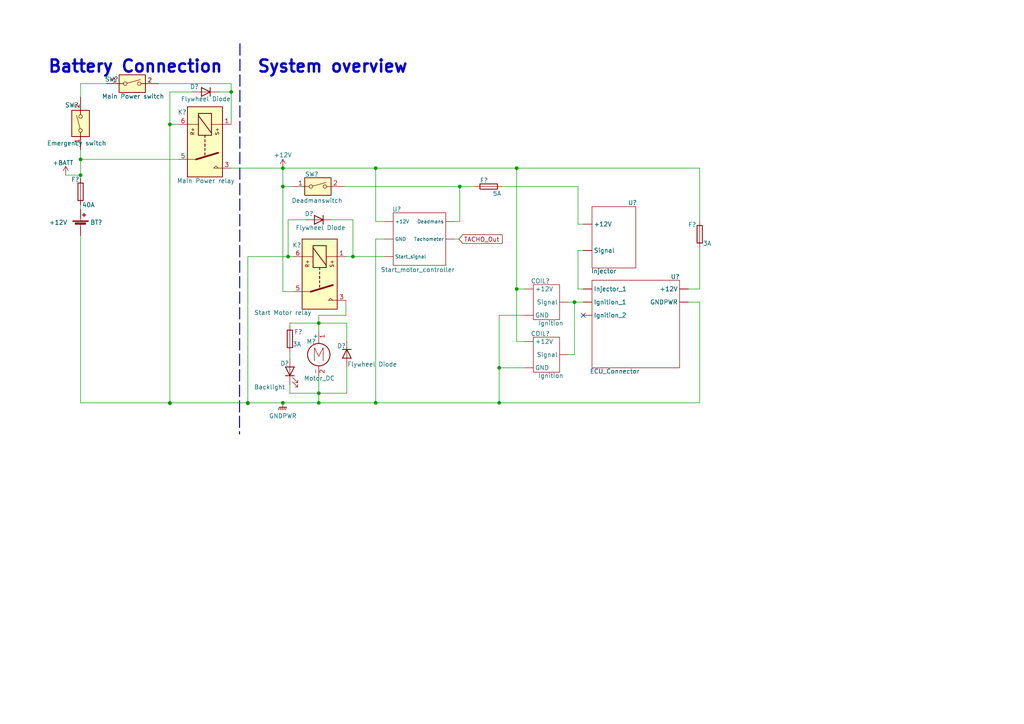
<source format=kicad_sch>
(kicad_sch (version 20211123) (generator eeschema)
  (paper "A4")
  (lib_symbols
    (symbol "Device:Battery_Cell" (pin_numbers hide) (pin_names (offset 0) hide)
      (property "Reference" "BT" (at 2.54 2.54 0))
      (property "Value" "Battery_Cell" (at 2.54 0 0))
      (symbol "Battery_Cell_0_1"
        (rectangle (start -2.286 1.778) (end 2.286 1.524) (fill (type outline)))
        (rectangle (start -1.5748 1.1938) (end 1.4732 0.6858) (fill (type outline)))
        (polyline (pts (xy 0 0.762) (xy 0 0)))
        (polyline (pts (xy 0 1.778) (xy 0 2.54)))
        (polyline (pts (xy 0.508 3.429) (xy 1.524 3.429)) (stroke (width 0.254)))
        (polyline (pts (xy 1.016 3.937) (xy 1.016 2.921)) (stroke (width 0.254)))
      )
      (symbol "Battery_Cell_1_1"
        (pin passive line (at 0 5.08 270) (length 2.54) (name "+") (number "1"))
        (pin passive line (at 0 -2.54 90) (length 2.54) (name "-") (number "2"))
      )
    )
    (symbol "Device:D" (pin_numbers hide) (pin_names (offset 1.016) hide)
      (property "Reference" "D" (at 0 2.54 0))
      (property "Value" "D" (at 0 -2.54 0))
      (symbol "D_0_1"
        (polyline (pts (xy -1.27 1.27) (xy -1.27 -1.27)) (stroke (width 0.254)))
        (polyline (pts (xy 1.27 0) (xy -1.27 0)))
        (polyline (pts (xy 1.27 1.27) (xy 1.27 -1.27) (xy -1.27 0) (xy 1.27 1.27)) (stroke (width 0.254)))
      )
      (symbol "D_1_1"
        (pin passive line (at -3.81 0 0) (length 2.54) (name "K") (number "1"))
        (pin passive line (at 3.81 0 180) (length 2.54) (name "A") (number "2"))
      )
    )
    (symbol "Device:Fuse" (pin_numbers hide) (pin_names (offset 0))
      (property "Reference" "F" (at 2.032 0 90))
      (property "Value" "Fuse" (at -1.905 0 90))
      (symbol "Fuse_0_1"
        (rectangle (start -0.762 -2.54) (end 0.762 2.54) (stroke (width 0.254)))
        (polyline (pts (xy 0 2.54) (xy 0 -2.54)))
      )
      (symbol "Fuse_1_1"
        (pin passive line (at 0 3.81 270) (length 1.27) (name "~") (number "1"))
        (pin passive line (at 0 -3.81 90) (length 1.27) (name "~") (number "2"))
      )
    )
    (symbol "Device:LED" (pin_numbers hide) (pin_names (offset 1.016) hide)
      (property "Reference" "D" (at 0 2.54 0))
      (property "Value" "LED" (at 0 -2.54 0))
      (symbol "LED_0_1"
        (polyline (pts (xy -1.27 -1.27) (xy -1.27 1.27)) (stroke (width 0.254)))
        (polyline (pts (xy -1.27 0) (xy 1.27 0)))
        (polyline (pts (xy 1.27 -1.27) (xy 1.27 1.27) (xy -1.27 0) (xy 1.27 -1.27)) (stroke (width 0.254)))
        (polyline (pts (xy -3.048 -0.762) (xy -4.572 -2.286) (xy -3.81 -2.286) (xy -4.572 -2.286) (xy -4.572 -1.524)))
        (polyline (pts (xy -1.778 -0.762) (xy -3.302 -2.286) (xy -2.54 -2.286) (xy -3.302 -2.286) (xy -3.302 -1.524)))
      )
      (symbol "LED_1_1"
        (pin passive line (at -3.81 0 0) (length 2.54) (name "K") (number "1"))
        (pin passive line (at 3.81 0 180) (length 2.54) (name "A") (number "2"))
      )
    )
    (symbol "Motor:Motor_DC" (pin_names (offset 0))
      (property "Reference" "M" (at 2.54 2.54 0))
      (property "Value" "Motor_DC" (at 2.54 -5.08 0))
      (symbol "Motor_DC_0_0"
        (polyline (pts (xy -1.27 -3.302) (xy -1.27 0.508) (xy 0 -2.032) (xy 1.27 0.508) (xy 1.27 -3.302)))
      )
      (symbol "Motor_DC_0_1"
        (circle (center 0 -1.524) (radius 3.2512) (stroke (width 0.254)))
        (polyline (pts (xy 0 -7.62) (xy 0 -7.112)))
        (polyline (pts (xy 0 -4.7752) (xy 0 -5.1816)))
        (polyline (pts (xy 0 1.7272) (xy 0 2.0828)))
        (polyline (pts (xy 0 2.032) (xy 0 2.54)))
      )
      (symbol "Motor_DC_1_1"
        (pin passive line (at 0 5.08 270) (length 2.54) (name "+") (number "1"))
        (pin passive line (at 0 -7.62 90) (length 2.54) (name "-") (number "2"))
      )
    )
    (symbol "Relay:ADW11"
      (property "Reference" "K" (at 11.43 3.81 0))
      (property "Value" "ADW11" (at 13.97 1.27 0))
      (symbol "ADW11_1_1"
        (rectangle (start -10.16 5.08) (end 10.16 -5.08) (stroke (width 0.254)) (fill (type background)))
        (rectangle (start -8.255 1.905) (end -1.905 -1.905) (stroke (width 0.254)))
        (polyline (pts (xy -7.62 -1.905) (xy -2.54 1.905)) (stroke (width 0.254)))
        (polyline (pts (xy -5.08 -5.08) (xy -5.08 -1.905)))
        (polyline (pts (xy -5.08 5.08) (xy -5.08 1.905)))
        (polyline (pts (xy -1.905 0) (xy -1.27 0)) (stroke (width 0.254)))
        (polyline (pts (xy -0.635 0) (xy 0 0)) (stroke (width 0.254)))
        (polyline (pts (xy 0.635 0) (xy 1.27 0)) (stroke (width 0.254)))
        (polyline (pts (xy 0.635 0) (xy 1.27 0)) (stroke (width 0.254)))
        (polyline (pts (xy 1.905 0) (xy 2.54 0)) (stroke (width 0.254)))
        (polyline (pts (xy 3.175 0) (xy 3.81 0)) (stroke (width 0.254)))
        (polyline (pts (xy 5.08 -2.54) (xy 3.175 3.81)) (stroke (width 0.508)))
        (polyline (pts (xy 5.08 -2.54) (xy 5.08 -5.08)))
        (polyline (pts (xy 7.62 3.81) (xy 7.62 5.08)))
        (polyline (pts (xy 7.62 3.81) (xy 7.62 2.54) (xy 6.985 3.175) (xy 7.62 3.81)))
        (text "R+" (at -3.048 -3.556 0) (effects (font (size 1.016 1.016))))
        (text "S+" (at -3.048 3.556 0) (effects (font (size 1.016 1.016))))
        (pin passive line (at -5.08 7.62 270) (length 2.54) (name "~") (number "1"))
        (pin passive line (at 7.62 7.62 270) (length 2.54) (name "~") (number "3"))
        (pin passive line (at 5.08 -7.62 90) (length 2.54) (name "~") (number "5"))
        (pin passive line (at -5.08 -7.62 90) (length 2.54) (name "~") (number "6"))
      )
    )
    (symbol "Switch:SW_DIP_x01" (pin_names (offset 0) hide)
      (property "Reference" "SW" (at 0 3.81 0))
      (property "Value" "SW_DIP_x01" (at 0 -3.81 0))
      (symbol "SW_DIP_x01_0_0"
        (circle (center -2.032 0) (radius 0.508))
        (polyline (pts (xy -1.524 0.127) (xy 2.3622 1.1684)))
        (circle (center 2.032 0) (radius 0.508))
      )
      (symbol "SW_DIP_x01_0_1"
        (rectangle (start -3.81 2.54) (end 3.81 -2.54) (stroke (width 0.254)) (fill (type background)))
      )
      (symbol "SW_DIP_x01_1_1"
        (pin passive line (at -7.62 0 0) (length 5.08) (name "~") (number "1"))
        (pin passive line (at 7.62 0 180) (length 5.08) (name "~") (number "2"))
      )
    )
    (symbol "electrical-system-overview23:ECU_Connector"
      (property "Reference" "U?" (at -11.43 13.716 0))
      (property "Value" "ECU_Connector" (at 6.096 -13.716 0))
      (symbol "ECU_Connector_0_1"
        (rectangle (start -12.7 12.7) (end 12.7 -12.7))
      )
      (symbol "ECU_Connector_1_1"
        (pin input line (at -15.24 10.16 0) (length 2.54) (name "+12V") (number ""))
        (pin input line (at -15.24 6.35 0) (length 2.54) (name "GNDPWR") (number ""))
        (pin output line (at 15.24 6.35 180) (length 2.54) (name "Ignition_1") (number ""))
        (pin output line (at 15.24 2.54 180) (length 2.54) (name "Ignition_2") (number ""))
        (pin output line (at 15.24 10.16 180) (length 2.54) (name "Injector_1") (number ""))
      )
    )
    (symbol "electrical-system-overview23:Ignition"
      (property "Reference" "COIL?" (at -1.524 6.096 0))
      (property "Value" "Ignition" (at 0.762 -6.858 0))
      (symbol "Ignition_0_1"
        (rectangle (start -3.81 5.08) (end 3.81 -5.08))
      )
      (symbol "Ignition_1_1"
        (pin input line (at 6.35 3.81 180) (length 2.54) (name "+12V") (number ""))
        (pin input line (at 6.35 -3.81 180) (length 2.54) (name "GND") (number ""))
        (pin input line (at -6.35 0 0) (length 2.54) (name "Signal") (number ""))
      )
    )
    (symbol "electrical-system-overview23:Injector"
      (property "Reference" "U" (at -5.08 10.16 0))
      (property "Value" "Injector" (at 3.81 -10.16 0))
      (symbol "Injector_0_1"
        (rectangle (start 6.35 -8.89) (end -6.35 8.89))
      )
      (symbol "Injector_1_1"
        (pin output line (at -8.89 3.81 0) (length 2.54) (name "+12V") (number ""))
        (pin output line (at -8.89 -3.81 0) (length 2.54) (name "Signal") (number ""))
      )
    )
    (symbol "electrical-system-overview23:Start_motor_controller"
      (property "Reference" "U?" (at -6.604 8.636 0))
      (property "Value" "Start_motor_controller" (at 2.794 -8.89 0))
      (symbol "Start_motor_controller_0_1"
        (rectangle (start -7.62 7.62) (end 7.62 -7.62))
      )
      (symbol "Start_motor_controller_1_1"
        (pin input line (at -10.16 5.08 0) (length 2.54) (name "+12V") (number ""))
        (pin input line (at 10.16 5.08 180) (length 2.54) (name "Deadmans") (number ""))
        (pin input line (at -10.16 0 0) (length 2.54) (name "GND") (number ""))
        (pin output line (at -10.16 -5.08 0) (length 2.54) (name "Start_signal") (number ""))
        (pin input line (at 10.16 0 180) (length 2.54) (name "Tachometer") (number ""))
      )
    )
    (symbol "power:+12V" (power) (pin_names (offset 0))
      (property "Value" "+12V" (at 0 3.556 0))
      (symbol "+12V_0_1"
        (polyline (pts (xy -0.762 1.27) (xy 0 2.54)))
        (polyline (pts (xy 0 0) (xy 0 2.54)))
        (polyline (pts (xy 0 2.54) (xy 0.762 1.27)))
      )
      (symbol "+12V_1_1"
        (pin power_in line (at 0 0 90) (length 0) hide (name "+12V") (number "1"))
      )
    )
    (symbol "power:+BATT" (power) (pin_names (offset 0))
      (property "Value" "+BATT" (at 0 3.556 0))
      (symbol "+BATT_0_1"
        (polyline (pts (xy -0.762 1.27) (xy 0 2.54)))
        (polyline (pts (xy 0 0) (xy 0 2.54)))
        (polyline (pts (xy 0 2.54) (xy 0.762 1.27)))
      )
      (symbol "+BATT_1_1"
        (pin power_in line (at 0 0 90) (length 0) hide (name "+BATT") (number "1"))
      )
    )
    (symbol "power:GNDPWR" (power) (pin_names (offset 0))
      (property "Value" "GNDPWR" (at 0 -3.302 0))
      (symbol "GNDPWR_0_1"
        (polyline (pts (xy 0 -1.27) (xy 0 0)))
        (polyline (pts (xy -1.016 -1.27) (xy -1.27 -2.032) (xy -1.27 -2.032)) (stroke (width 0.2032)))
        (polyline (pts (xy -0.508 -1.27) (xy -0.762 -2.032) (xy -0.762 -2.032)) (stroke (width 0.2032)))
        (polyline (pts (xy 0 -1.27) (xy -0.254 -2.032) (xy -0.254 -2.032)) (stroke (width 0.2032)))
        (polyline (pts (xy 0.508 -1.27) (xy 0.254 -2.032) (xy 0.254 -2.032)) (stroke (width 0.2032)))
        (polyline (pts (xy 1.016 -1.27) (xy -1.016 -1.27) (xy -1.016 -1.27)) (stroke (width 0.2032)))
        (polyline (pts (xy 1.016 -1.27) (xy 0.762 -2.032) (xy 0.762 -2.032) (xy 0.762 -2.032)) (stroke (width 0.2032)))
      )
      (symbol "GNDPWR_1_1"
        (pin power_in line (at 0 0 270) (length 0) hide (name "GNDPWR") (number "1"))
      )
    )
  )
  (junction (at 166.624 87.63))
  (junction (at 92.456 93.726))
  (junction (at 149.86 83.82))
  (junction (at 149.86 48.768))
  (junction (at 23.368 46.228))
  (junction (at 67.056 26.67))
  (junction (at 49.276 116.967))
  (junction (at 82.042 116.84))
  (junction (at 49.276 36.068))
  (junction (at 23.368 50.8))
  (junction (at 49.276 116.84))
  (junction (at 92.456 114.046))
  (junction (at 133.35 54.102))
  (junction (at 82.042 48.768))
  (junction (at 144.78 116.84))
  (junction (at 83.566 74.422))
  (junction (at 108.966 48.768))
  (junction (at 82.042 54.102))
  (junction (at 144.78 106.68))
  (junction (at 92.456 116.84))
  (junction (at 71.882 116.84))
  (junction (at 71.882 116.967))
  (junction (at 108.966 116.84))
  (junction (at 102.362 74.422))
  (no_connect (at 169.164 91.44))
  (wire (pts (xy 144.78 106.68) (xy 144.78 91.44)))
  (wire (pts (xy 23.368 43.434) (xy 23.368 46.228)))
  (wire (pts (xy 102.362 63.754) (xy 102.362 74.422)))
  (wire (pts (xy 23.368 46.228) (xy 23.368 50.8)))
  (wire (pts (xy 167.64 65.024) (xy 169.164 65.024)))
  (wire (pts (xy 88.646 63.754) (xy 83.566 63.754)))
  (wire (pts (xy 85.09 84.582) (xy 82.042 84.582)))
  (wire (pts (xy 63.5 26.67) (xy 67.056 26.67)))
  (wire (pts (xy 202.946 87.63) (xy 202.946 116.84)))
  (wire (pts (xy 108.966 48.768) (xy 108.966 64.262)))
  (wire (pts (xy 144.78 116.84) (xy 202.946 116.84)))
  (wire (pts (xy 45.974 24.257) (xy 67.056 24.257)))
  (wire (pts (xy 149.86 48.768) (xy 202.946 48.768)))
  (wire (pts (xy 108.966 48.768) (xy 149.86 48.768)))
  (wire (pts (xy 144.78 106.68) (xy 144.78 116.84)))
  (wire (pts (xy 167.64 65.024) (xy 167.64 54.102)))
  (wire (pts (xy 84.074 93.726) (xy 84.074 94.488)))
  (wire (pts (xy 166.624 87.63) (xy 169.164 87.63)))
  (wire (pts (xy 100.33 74.422) (xy 102.362 74.422)))
  (wire (pts (xy 49.276 116.84) (xy 49.276 116.967)))
  (wire (pts (xy 55.88 26.67) (xy 49.276 26.67)))
  (wire (pts (xy 202.946 71.755) (xy 202.946 83.82)))
  (wire (pts (xy 49.276 36.068) (xy 49.276 116.84)))
  (wire (pts (xy 199.644 83.82) (xy 202.946 83.82)))
  (wire (pts (xy 92.456 116.84) (xy 108.966 116.84)))
  (wire (pts (xy 71.882 116.84) (xy 71.882 116.967)))
  (wire (pts (xy 167.64 83.82) (xy 169.164 83.82)))
  (wire (pts (xy 100.584 106.426) (xy 100.584 114.046)))
  (wire (pts (xy 202.946 48.768) (xy 202.946 64.135)))
  (wire (pts (xy 82.042 116.84) (xy 92.456 116.84)))
  (wire (pts (xy 84.582 54.102) (xy 82.042 54.102)))
  (wire (pts (xy 100.33 87.122) (xy 100.33 91.44)))
  (wire (pts (xy 67.056 24.257) (xy 67.056 26.67)))
  (wire (pts (xy 49.276 26.67) (xy 49.276 36.068)))
  (wire (pts (xy 82.042 54.102) (xy 82.042 84.582)))
  (wire (pts (xy 71.882 116.84) (xy 82.042 116.84)))
  (polyline (pts (xy 69.596 12.7) (xy 69.469 125.857)) (stroke (width 0.3)))
  (wire (pts (xy 23.368 116.84) (xy 49.276 116.84)))
  (wire (pts (xy 164.846 87.63) (xy 166.624 87.63)))
  (wire (pts (xy 92.456 108.966) (xy 92.456 114.046)))
  (wire (pts (xy 166.624 102.87) (xy 166.624 87.63)))
  (wire (pts (xy 84.074 102.108) (xy 84.074 103.886)))
  (wire (pts (xy 71.882 74.422) (xy 71.882 116.84)))
  (wire (pts (xy 133.35 54.102) (xy 133.35 64.262)))
  (wire (pts (xy 23.368 24.257) (xy 23.368 28.194)))
  (wire (pts (xy 92.456 93.726) (xy 92.456 96.266)))
  (wire (pts (xy 149.86 83.82) (xy 149.86 48.768)))
  (wire (pts (xy 19.05 50.8) (xy 23.368 50.8)))
  (wire (pts (xy 100.584 93.726) (xy 92.456 93.726)))
  (wire (pts (xy 131.826 69.342) (xy 133.096 69.342)))
  (wire (pts (xy 92.456 114.046) (xy 92.456 116.84)))
  (wire (pts (xy 67.056 26.67) (xy 67.056 36.068)))
  (wire (pts (xy 111.506 69.342) (xy 108.966 69.342)))
  (wire (pts (xy 152.146 99.06) (xy 149.86 99.06)))
  (wire (pts (xy 83.566 74.422) (xy 85.09 74.422)))
  (wire (pts (xy 133.35 54.102) (xy 137.922 54.102)))
  (wire (pts (xy 152.146 106.68) (xy 144.78 106.68)))
  (wire (pts (xy 131.826 64.262) (xy 133.35 64.262)))
  (wire (pts (xy 23.368 116.84) (xy 23.368 68.326)))
  (wire (pts (xy 100.584 114.046) (xy 92.456 114.046)))
  (wire (pts (xy 108.966 116.84) (xy 144.78 116.84)))
  (wire (pts (xy 23.368 59.436) (xy 23.368 60.706)))
  (wire (pts (xy 108.966 64.262) (xy 111.506 64.262)))
  (wire (pts (xy 23.368 24.257) (xy 30.734 24.257)))
  (wire (pts (xy 67.056 48.768) (xy 82.042 48.768)))
  (wire (pts (xy 167.64 72.644) (xy 169.164 72.644)))
  (wire (pts (xy 199.644 87.63) (xy 202.946 87.63)))
  (wire (pts (xy 167.64 54.102) (xy 145.542 54.102)))
  (wire (pts (xy 71.882 74.422) (xy 83.566 74.422)))
  (wire (pts (xy 149.86 99.06) (xy 149.86 83.82)))
  (wire (pts (xy 82.042 48.768) (xy 108.966 48.768)))
  (wire (pts (xy 23.368 46.228) (xy 51.816 46.228)))
  (wire (pts (xy 84.074 93.726) (xy 92.456 93.726)))
  (wire (pts (xy 84.074 111.506) (xy 84.074 114.046)))
  (wire (pts (xy 82.042 54.102) (xy 82.042 48.768)))
  (wire (pts (xy 102.362 74.422) (xy 111.506 74.422)))
  (wire (pts (xy 99.822 54.102) (xy 133.35 54.102)))
  (wire (pts (xy 96.266 63.754) (xy 102.362 63.754)))
  (wire (pts (xy 23.368 50.8) (xy 23.368 51.816)))
  (wire (pts (xy 100.584 98.806) (xy 100.584 93.726)))
  (wire (pts (xy 149.86 83.82) (xy 152.146 83.82)))
  (wire (pts (xy 108.966 69.342) (xy 108.966 116.84)))
  (wire (pts (xy 167.64 72.644) (xy 167.64 83.82)))
  (wire (pts (xy 83.566 63.754) (xy 83.566 74.422)))
  (wire (pts (xy 100.33 91.44) (xy 92.456 91.44)))
  (wire (pts (xy 144.78 91.44) (xy 152.146 91.44)))
  (wire (pts (xy 84.074 114.046) (xy 92.456 114.046)))
  (wire (pts (xy 164.846 102.87) (xy 166.624 102.87)))
  (wire (pts (xy 92.456 93.726) (xy 92.456 91.44)))
  (wire (pts (xy 49.276 36.068) (xy 51.816 36.068)))
  (wire (pts (xy 49.276 116.84) (xy 71.882 116.84)))
  (text "System overview" (at 74.422 21.463 0) (effects (font (size 3.5 3.5) (thickness 0.7) bold) (justify left bottom)))
  (text "Battery Connection" (at 13.716 21.463 0) (effects (font (size 3.5 3.5) (thickness 0.7) bold) (justify left bottom)))
  (global_label "TACHO_Out" (shape input) (at 133.096 69.342 0) (property "Intersheet References" "${INTERSHEET_REFS}" (effects hide)))
  (symbol (lib_id "Relay:ADW11") (at 59.436 41.148 270) (unit 1)
    (property "Reference" "K?" (at 52.832 32.512 90))
    (property "Value" "Main Power relay" (at 59.69 52.451 90))
    (property "Footprint" "Relay_THT:Relay_1P1T_NO_10x24x18.8mm_Panasonic_ADW11xxxxW_THT" (effects hide))
    (property "Datasheet" "https://www.panasonic-electric-works.com/pew/es/downloads/ds_dw_hl_en.pdf" (effects hide))
  )
  (symbol (lib_id "Device:Fuse") (at 84.074 98.298 0) (unit 1)
    (property "Reference" "F?" (at 85.344 96.266 0) (effects (justify left)))
    (property "Value" "3A" (at 84.836 99.822 0) (effects (justify left)))
  )
  (symbol (lib_id "Device:Fuse") (at 202.946 67.945 0) (unit 1)
    (property "Reference" "F?" (at 200.787 65.151 0))
    (property "Value" "3A" (at 205.105 70.612 0))
  )
  (symbol (lib_id "power:+12V") (at 82.042 48.768 0) (unit 1)
    (property "Reference" "#PWR?" (effects hide))
    (property "Value" "+12V" (at 82.042 44.958 0))
  )
  (symbol (lib_id "Switch:SW_DIP_x01") (at 38.354 24.257 0) (unit 1)
    (property "Reference" "SW?" (at 32.385 22.987 0))
    (property "Value" "Main Power switch" (at 38.608 27.94 0))
  )
  (symbol (lib_id "power:GNDPWR") (at 82.042 116.84 0) (unit 1)
    (property "Reference" "#PWR?" (effects hide))
    (property "Value" "GNDPWR" (at 82.042 120.65 0))
  )
  (symbol (lib_id "electrical-system-overview23:Injector") (at 178.054 68.834 0) (unit 1)
    (property "Reference" "U?" (at 182.118 58.801 0) (effects (justify left)))
    (property "Value" "Injector" (at 171.45 78.613 0) (effects (justify left)))
  )
  (symbol (lib_id "Device:D") (at 59.69 26.67 180) (unit 1)
    (property "Reference" "D?" (at 56.388 25.146 0))
    (property "Value" "Flywheel Diode" (at 59.69 28.702 0))
  )
  (symbol (lib_id "Device:Battery_Cell") (at 23.368 65.786 0) (unit 1)
    (property "Reference" "BT?" (at 26.162 64.516 0) (effects (justify left)))
    (property "Value" "+12V" (at 14.224 64.516 0) (effects (justify left)))
  )
  (symbol (lib_id "Device:LED") (at 84.074 107.696 90) (unit 1)
    (property "Reference" "D?" (at 81.28 105.41 90) (effects (justify right)))
    (property "Value" "Backlight" (at 73.66 112.268 90) (effects (justify right)))
  )
  (symbol (lib_id "Device:D") (at 100.584 102.616 270) (unit 1)
    (property "Reference" "D?" (at 99.06 100.33 90))
    (property "Value" "Flywheel Diode" (at 107.95 105.664 90))
  )
  (symbol (lib_id "Switch:SW_DIP_x01") (at 92.202 54.102 0) (unit 1)
    (property "Reference" "SW?" (at 90.424 50.546 0))
    (property "Value" "Deadmanswitch" (at 91.948 58.166 0))
  )
  (symbol (lib_id "electrical-system-overview23:Ignition") (at 158.496 102.87 0) (mirror y) (unit 1)
    (property "Reference" "COIL?" (at 156.718 96.774 0))
    (property "Value" "Ignition" (at 159.766 108.966 0))
  )
  (symbol (lib_id "Switch:SW_DIP_x01") (at 23.368 35.814 90) (unit 1)
    (property "Reference" "SW?" (at 20.828 30.48 90))
    (property "Value" "Emergency switch" (at 22.225 41.529 90))
  )
  (symbol (lib_id "Device:Fuse") (at 141.732 54.102 270) (unit 1)
    (property "Reference" "F?" (at 139.192 52.324 90) (effects (justify left)))
    (property "Value" "5A" (at 142.875 56.134 90) (effects (justify left)))
  )
  (symbol (lib_id "electrical-system-overview23:Start_motor_controller") (at 121.666 69.342 0) (unit 1)
    (property "Reference" "U?" (at 115.062 60.706 0))
    (property "Value" "Start_motor_controller" (at 121.158 78.232 0))
  )
  (symbol (lib_id "Device:Fuse") (at 23.368 55.626 0) (unit 1)
    (property "Reference" "F?" (at 21.844 52.07 0))
    (property "Value" "40A" (at 25.654 59.436 0))
  )
  (symbol (lib_id "Motor:Motor_DC") (at 92.456 101.346 0) (unit 1)
    (property "Reference" "M?" (at 88.9 99.06 0) (effects (justify left)))
    (property "Value" "Motor_DC" (at 88.138 109.728 0) (effects (justify left)))
  )
  (symbol (lib_id "power:+BATT") (at 19.05 50.8 0) (unit 1)
    (property "Reference" "#PWR?" (effects hide))
    (property "Value" "+BATT" (at 18.288 47.244 0))
  )
  (symbol (lib_id "Device:D") (at 92.456 63.754 180) (unit 1)
    (property "Reference" "D?" (at 89.662 61.976 0))
    (property "Value" "Flywheel Diode" (at 92.964 66.04 0))
  )
  (symbol (lib_id "electrical-system-overview23:Ignition") (at 158.496 87.63 0) (mirror y) (unit 1)
    (property "Reference" "COIL?" (at 156.718 81.534 0))
    (property "Value" "Ignition" (at 159.766 93.726 0))
  )
  (symbol (lib_id "electrical-system-overview23:ECU_Connector") (at 184.404 93.98 0) (mirror y) (unit 1)
    (property "Reference" "U?" (at 195.834 80.264 0))
    (property "Value" "ECU_Connector" (at 178.308 107.696 0))
  )
  (symbol (lib_id "Relay:ADW11") (at 92.71 79.502 270) (unit 1)
    (property "Reference" "K?" (at 86.106 71.12 90))
    (property "Value" "Start Motor relay" (at 82.042 90.678 90))
    (property "Footprint" "Relay_THT:Relay_1P1T_NO_10x24x18.8mm_Panasonic_ADW11xxxxW_THT" (effects hide))
    (property "Datasheet" "https://www.panasonic-electric-works.com/pew/es/downloads/ds_dw_hl_en.pdf" (effects hide))
  )
)
</source>
